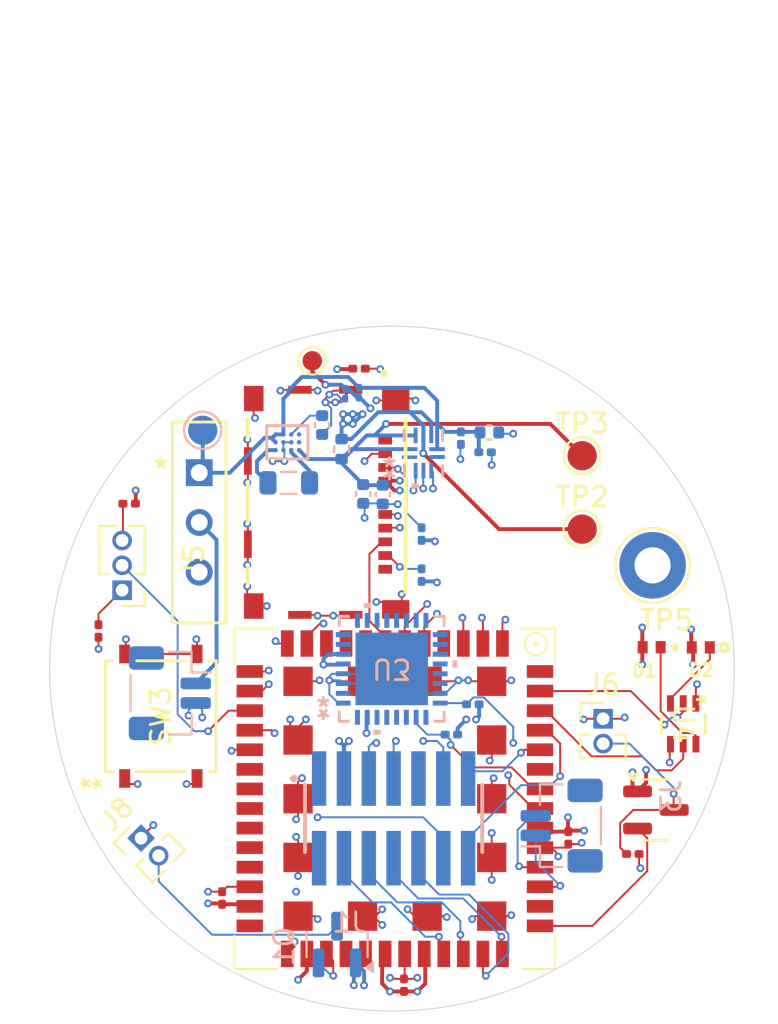
<source format=kicad_pcb>
(kicad_pcb (version 20241229) (generator "pcbnew") (generator_version "9.0")
  (layers (0 "F.Cu" signal) (4 "In1.Cu" signal) (6 "In2.Cu" signal) (2 "B.Cu" signal) (13 "F.Paste" user) (15 "B.Paste" user) (5 "F.SilkS" user "F.Silkscreen") (7 "B.SilkS" user "B.Silkscreen") (1 "F.Mask" user) (3 "B.Mask" user) (25 "Edge.Cuts" user))
  (net 0 "")
  (net 1 "Net-(U4-DRAIN1)")
  (net 2 "VDD")
  (net 3 "Net-(U4-DRAIN2)")
  (net 6 "GND")
  (net 8 "RESET'")
  (net 10 "/PA0")
  (net 11 "/PC2")
  (net 12 "/PB9")
  (net 14 "/PA8")
  (net 15 "/PC1")
  (net 16 "/PA6")
  (net 17 "Net-(J6-Pin_2)")
  (net 18 "/PB5")
  (net 20 "Net-(J4-Pin_1)")
  (net 21 "Net-(SW2-A)")
  (net 22 "Net-(U1-VCC)")
  (net 25 "Net-(U1-SW2)")
  (net 26 "Net-(U1-SW1)")
  (net 27 "Net-(U1-OUT)")
  (net 28 "/PB2")
  (net 49 "/PC0")
  (net 54 "/PA4")
  (net 55 "/PA1")
  (net 56 "/PA3")
  (net 57 "/PA12")
  (net 58 "Net-(J2-Pin_3)")
  (net 59 "Net-(J2-Pin_1)")
  (net 61 "Net-(J2-Pin_2)")
  (net 62 "/PA11")
  (net 64 "/PB8")
  (net 65 "Net-(J3-Pin_1)")
  (net 66 "/PA5")
  (net 67 "/PA2")
  (net 68 "/PB15")
  (net 69 "Net-(J3-Pin_2)")
  (net 70 "/PB14")
  (net 71 "/PB3")
  (net 72 "/PA15")
  (net 73 "/PA14")
  (net 74 "/PA13")
  (net 75 "/PA7")
  (net 76 "Net-(J8-Pin_2)")
  (net 77 "/PA10")
  (footprint "TestPoint:TestPoint_Pad_D1.0mm" (layer "F.Cu") (at 125.925 84.275)
    (property "Reference" "TP4" (hide yes))
    (property "Value" "V_DIV")
  )
  (footprint "footprints:MAMWLE" (layer "F.Cu") (at 130.15 106.65)
    (property "Reference" "MCU1" (hide yes))
    (property "Value" "~")
  )
  (footprint "footprints:GCT_MEM2085-00-115-00-A_REV0.2" (layer "F.Cu") (at 126.66342 91.503882 90)
    (property "Reference" "J5")
    (property "Value" "MEM2085-00-115-00-A_REV0.2")
  )
  (footprint "Capacitor_SMD:C_0201_0603Metric" (layer "F.Cu") (at 121.315 111.725 -90)
    (property "Reference" "C2" (hide yes))
    (property "Value" "100n")
  )
  (footprint "footprints:SON4_PTS526 SM15 SMTR2 LFS_CNK" (layer "F.Cu") (at 118.185799 102.4353 90)
    (property "Reference" "SW3")
    (property "Value" "PTS526 SM15 SMTR2 LFS")
  )
  (footprint "Connector_PinHeader_1.27mm:PinHeader_1x02_P1.27mm_Vertical" (layer "F.Cu") (at 140.795 102.565)
    (property "Reference" "J6")
    (property "Value" "Conn_01x02_Pin")
  )
  (footprint "TestPoint:TestPoint_Pad_D1.5mm" (layer "F.Cu") (at 139.725 92.875)
    (property "Reference" "TP2")
    (property "Value" "VDD")
  )
  (footprint "Capacitor_SMD:C_0201_0603Metric" (layer "F.Cu") (at 139.015 108.65 90)
    (property "Reference" "C4" (hide yes))
    (property "Value" "100n")
  )
  (footprint "Resistor_SMD:R_0201_0603Metric" (layer "F.Cu") (at 116.565 91.575 180)
    (property "Reference" "R8" (hide yes))
    (property "Value" "47")
  )
  (footprint "Capacitor_SMD:C_0201_0603Metric" (layer "F.Cu") (at 130.615 116.175 -90)
    (property "Reference" "C3" (hide yes))
    (property "Value" "100n")
  )
  (footprint "footprints:LEDC1005X25N" (layer "F.Cu") (at 143.277797 98.909326 180)
    (property "Reference" "D1")
    (property "Value" "EAST10052WA0")
  )
  (footprint "TestPoint:TestPoint_Loop_D2.50mm_Drill1.85mm" (layer "F.Cu") (at 143.325 94.725)
    (property "Reference" "TP5")
    (property "Value" "GND")
  )
  (footprint "footprints:switch" (layer "F.Cu") (at 120.1448 89.994)
    (property "Reference" "SW2" (hide yes))
    (property "Value" "SW_SPDT")
  )
  (footprint "Resistor_SMD:R_0201_0603Metric" (layer "F.Cu") (at 142.315 109.475)
    (property "Reference" "R18" (hide yes))
    (property "Value" "4.7k")
  )
  (footprint "footprints:SOT-363   US6_TOS" (layer "F.Cu") (at 144.8907 102.8235 -90)
    (property "Reference" "U4")
    (property "Value" "SSM6N7002KFU_LF")
  )
  (footprint "footprints:LEDC1005X25N" (layer "F.Cu") (at 145.789858 98.919325 180)
    (property "Reference" "D2")
    (property "Value" "EAST10052WA0")
  )
  (footprint "Resistor_SMD:R_0201_0603Metric" (layer "F.Cu") (at 114.995766 98.078905 90)
    (property "Reference" "R9" (hide yes))
    (property "Value" "47")
  )
  (footprint "Connector_PinHeader_1.27mm:PinHeader_1x02_P1.27mm_Vertical" (layer "F.Cu") (at 117.175 108.665 45)
    (property "Reference" "J8")
    (property "Value" "Buzzer")
  )
  (footprint "TestPoint:TestPoint_Pad_D1.5mm" (layer "F.Cu") (at 139.725 89.125)
    (property "Reference" "TP3")
    (property "Value" "VDD")
  )
  (footprint "Resistor_SMD:R_0201_0603Metric" (layer "F.Cu") (at 128.315 84.675 180)
    (property "Reference" "R14" (hide yes))
    (property "Value" "4.7k")
  )
  (footprint "Connector_PinHeader_1.27mm:PinHeader_1x03_P1.27mm_Vertical" (layer "F.Cu") (at 116.205 95.995 180)
    (property "Reference" "J2" (hide yes))
    (property "Value" "Conn_01x03_Pin")
  )
  (footprint "Package_TO_SOT_SMD:SOT-23" (layer "F.Cu") (at 143.495 107.225)
    (property "Reference" "Q2" (hide yes))
    (property "Value" "NMOS")
  )
  (footprint "Capacitor_SMD:C_0402_1005Metric" (layer "B.Cu") (at 126.4309 87.555 90)
    (property "Reference" "C7" (hide yes))
    (property "Value" "1u")
  )
  (footprint "Package_TO_SOT_SMD:SOT-23" (layer "B.Cu") (at 127.195 114.1 90)
    (property "Reference" "Q1")
    (property "Value" "NMOS")
  )
  (footprint "Connector_JST:JST_SH_BM02B-SRSS-TB_1x02-1MP_P1.00mm_Vertical" (layer "B.Cu") (at 118.642607 101.259796 -90)
    (property "Reference" "J4" (hide yes))
    (property "Value" "BATT")
  )
  (footprint "Connector_JST:JST_SH_BM02B-SRSS-TB_1x02-1MP_P1.00mm_Vertical" (layer "B.Cu") (at 138.675 108.025 90)
    (property "Reference" "J3")
    (property "Value" "UART_IN")
  )
  (footprint "Resistor_SMD:R_0201_0603Metric" (layer "B.Cu") (at 131.515 95.225 -90)
    (property "Reference" "R13" (hide yes))
    (property "Value" "4.7k")
  )
  (footprint "Capacitor_SMD:C_0402_1005Metric" (layer "B.Cu") (at 128.53 91.08 -90)
    (property "Reference" "C9" (hide yes))
    (property "Value" "22u")
  )
  (footprint "Resistor_SMD:R_0201_0603Metric" (layer "B.Cu") (at 133.036442 103.375)
    (property "Reference" "R16" (hide yes))
    (property "Value" "4.7k")
  )
  (footprint "Capacitor_SMD:C_0201_0603Metric" (layer "B.Cu") (at 134.760374 88.946764)
    (property "Reference" "C6" (hide yes))
    (property "Value" "0.1u")
  )
  (footprint "Resistor_SMD:R_01005_0402Metric" (layer "B.Cu") (at 128.315 85.905 90)
    (property "Reference" "R11" (hide yes))
    (property "Value" "6.8k")
  )
  (footprint "Resistor_SMD:R_0201_0603Metric" (layer "B.Cu") (at 134.136442 101.825)
    (property "Reference" "R17" (hide yes))
    (property "Value" "4.7k")
  )
  (footprint "footprints:LFCSP32_CP-32-17_ADI" (layer "B.Cu") (at 129.9877 100.0155)
    (property "Reference" "U3")
    (property "Value" "ADXL314WBCPZ-RL")
  )
  (footprint "Capacitor_SMD:C_0402_1005Metric" (layer "B.Cu") (at 134.980374 87.936764)
    (property "Reference" "C5" (hide yes))
    (property "Value" "10u")
  )
  (footprint "Resistor_SMD:R_0201_0603Metric" (layer "B.Cu") (at 131.515 93.125 -90)
    (property "Reference" "R15" (hide yes))
    (property "Value" "4.7k")
  )
  (footprint "Inductor_SMD:L_0805_2012Metric" (layer "B.Cu") (at 124.725 90.51)
    (property "Reference" "L1" (hide yes))
    (property "Value" "1u")
  )
  (footprint "footprints:INA213" (layer "B.Cu") (at 131.609776 88.988048)
    (property "Reference" "U2" (hide yes))
    (property "Value" "INA213AIRSWR")
  )
  (footprint "Capacitor_SMD:C_0201_0603Metric" (layer "B.Cu") (at 133.525 88.225 -90)
    (property "Reference" "C10" (hide yes))
    (property "Value" "0.1u")
  )
  (footprint "footprints:WLCSP-MNP" (layer "B.Cu") (at 124.6509 88.4373 -90)
    (property "Reference" "U1" (hide yes))
    (property "Value" "MP28160GC-Z")
  )
  (footprint "TestPoint:TestPoint_Pad_D1.5mm" (layer "B.Cu") (at 120.325 87.825 180)
    (property "Reference" "TP1" (hide yes))
    (property "Value" "RAWV")
  )
  (footprint "Resistor_SMD:R_01005_0402Metric" (layer "B.Cu") (at 127.615 85.955 90)
    (property "Reference" "R12" (hide yes))
    (property "Value" "3.3k")
  )
  (footprint "Resistor_SMD:R_0402_1005Metric" (layer "B.Cu") (at 127.425 88.785 -90)
    (property "Reference" "R10" (hide yes))
    (property "Value" "10m")
  )
  (footprint "footprints:SAMTEC_FTSH-107-01-L-DV-K" (layer "B.Cu") (at 130.085 107.655)
    (property "Reference" "J1")
    (property "Value" "FTSH-107-01-L-DV-K")
  )
  (footprint "Capacitor_SMD:C_0402_1005Metric" (layer "B.Cu") (at 129.53 91.11 -90)
    (property "Reference" "C8" (hide yes))
    (property "Value" "22u")
  )
  (gr_circle (center 130 100) (end 147.5 100) (stroke (width 0.05)) (fill no) (layer "Edge.Cuts"))
  (segment (start 145.3948 103.2948) (end 145.540698 103.440698) (width 0.1) (layer "F.Cu") (net 1))
  (segment (start 145.540698 103.440698) (end 145.540698 103.864901) (width 0.1) (layer "F.Cu") (net 1))
  (segment (start 144.854503 103.2948) (end 145.3948 103.2948) (width 0.1) (layer "F.Cu") (net 1))
  (segment (start 143.737797 102.178094) (end 144.854503 103.2948) (width 0.1) (layer "F.Cu") (net 1))
  (segment (start 143.737797 98.909326) (end 143.737797 102.178094) (width 0.1) (layer "F.Cu") (net 1))
  (segment (start 139 107.6) (end 139 108.315) (width 0.2) (layer "F.Cu") (net 2))
  (segment (start 129.499 114.731) (end 129.499 116.099) (width 0.2) (layer "F.Cu") (net 2))
  (segment (start 142.992037 105.178593) (end 142.992037 105.840463) (width 0.2) (layer "F.Cu") (net 2))
  (segment (start 129.65 114.58) (end 129.499 114.731) (width 0.2) (layer "F.Cu") (net 2))
  (segment (start 139 108.315) (end 139.015 108.33) (width 0.2) (layer "F.Cu") (net 2))
  (segment (start 129.499 116.099) (end 129.9 116.5) (width 0.2) (layer "F.Cu") (net 2))
  (segment (start 131.6 89) (end 135.475 92.875) (width 0.2) (layer "F.Cu") (net 2))
  (segment (start 135.475 92.875) (end 139.725 92.875) (width 0.2) (layer "F.Cu") (net 2))
  (segment (start 129.677302 90.4) (end 129.65342 90.423882) (width 0.2) (layer "F.Cu") (net 2))
  (segment (start 142.3 106.0175) (end 142.5575 106.275) (width 0.2) (layer "F.Cu") (net 2))
  (segment (start 129.9 116.5) (end 130.61 116.5) (width 0.2) (layer "F.Cu") (net 2))
  (segment (start 142.992037 105.840463) (end 142.5575 106.275) (width 0.2) (layer "F.Cu") (net 2))
  (segment (start 130.4 90.4) (end 129.677302 90.4) (width 0.2) (layer "F.Cu") (net 2))
  (segment (start 130.62 116.5) (end 130.615 116.495) (width 0.2) (layer "F.Cu") (net 2))
  (segment (start 130.4 90.9) (end 130.129538 90.9) (width 0.2) (layer "F.Cu") (net 2))
  (segment (start 145.3 98.889467) (end 145.329858 98.919325) (width 0.2) (layer "F.Cu") (net 2))
  (segment (start 142.3 105.3) (end 142.3 106.0175) (width 0.2) (layer "F.Cu") (net 2))
  (segment (start 139.821615 108.280037) (end 139.064963 108.280037) (width 0.2) (layer "F.Cu") (net 2))
  (segment (start 130.61 116.5) (end 130.615 116.495) (width 0.2) (layer "F.Cu") (net 2))
  (segment (start 121.27 112) (end 121.315 112.045) (width 0.2) (layer "F.Cu") (net 2))
  (segment (start 139.064963 108.280037) (end 139.015 108.33) (width 0.2) (layer "F.Cu") (net 2))
  (segment (start 121.315 112.045) (end 122.625 112.045) (width 0.2) (layer "F.Cu") (net 2))
  (segment (start 139.015 108.33) (end 137.75 108.33) (width 0.2) (layer "F.Cu") (net 2))
  (segment (start 131.65 114.58) (end 131.701 114.631) (width 0.2) (layer "F.Cu") (net 2))
  (segment (start 127.97 84.7) (end 127.995 84.675) (width 0.2) (layer "F.Cu") (net 2))
  (segment (start 142.8 98.927123) (end 142.817797 98.909326) (width 0.2) (layer "F.Cu") (net 2))
  (segment (start 145.4 98.989467) (end 145.329858 98.919325) (width 0.2) (layer "F.Cu") (net 2))
  (segment (start 116.9 90.9) (end 116.9 91.56) (width 0.2) (layer "F.Cu") (net 2))
  (segment (start 137.75 108.33) (end 137.57 108.15) (width 0.2) (layer "F.Cu") (net 2))
  (segment (start 145.4 99.8) (end 145.4 98.989467) (width 0.2) (layer "F.Cu") (net 2))
  (segment (start 142.8 97.9) (end 142.8 98.891529) (width 0.2) (layer "F.Cu") (net 2))
  (segment (start 130.129538 90.9) (end 129.65342 90.423882) (width 0.2) (layer "F.Cu") (net 2))
  (segment (start 145.3 98) (end 145.3 98.889467) (width 0.2) (layer "F.Cu") (net 2))
  (segment (start 142.8 98.891529) (end 142.817797 98.909326) (width 0.2) (layer "F.Cu") (net 2))
  (segment (start 120.6 112) (end 121.27 112) (width 0.2) (layer "F.Cu") (net 2))
  (segment (start 131.701 116.099) (end 131.3 116.5) (width 0.2) (layer "F.Cu") (net 2))
  (segment (start 127.2 84.7) (end 127.97 84.7) (width 0.2) (layer "F.Cu") (net 2))
  (segment (start 122.625 112.045) (end 122.73 112.15) (width 0.2) (layer "F.Cu") (net 2))
  (segment (start 142.8 99.8) (end 142.8 98.927123) (width 0.2) (layer "F.Cu") (net 2))
  (segment (start 131.701 114.631) (end 131.701 116.099) (width 0.2) (layer "F.Cu") (net 2))
  (segment (start 116.9 91.56) (end 116.885 91.575) (width 0.2) (layer "F.Cu") (net 2))
  (segment (start 131.3 116.5) (end 130.62 116.5) (width 0.2) (layer "F.Cu") (net 2))
  (via (at 128.053604 116.181549) (size 0.4) (drill 0.2) (layers "F.Cu" "B.Cu") (net 2))
  (via (at 120.6 112) (size 0.4) (drill 0.2) (layers "F.Cu" "B.Cu") (net 2))
  (via (at 131.6 89) (size 0.4) (drill 0.2) (layers "F.Cu" "B.Cu") (net 2))
  (via (at 129.9 116.5) (size 0.4) (drill 0.2) (layers "F.Cu" "B.Cu") (net 2))
  (via (at 127.3 103.7) (size 0.4) (drill 0.2) (layers "F.Cu" "B.Cu") (net 2))
  (via (at 128 87) (size 0.4) (drill 0.2) (layers "F.Cu" "B.Cu") (net 2))
  (via (at 127.2 84.7) (size 0.4) (drill 0.2) (layers "F.Cu" "B.Cu") (net 2))
  (via (at 128.7 103.3) (size 0.4) (drill 0.2) (layers "F.Cu" "B.Cu") (net 2))
  (via (at 134.3 102.6) (size 0.4) (drill 0.2) (layers "F.Cu" "B.Cu") (net 2))
  (via (at 132.2 93.5) (size 0.4) (drill 0.2) (layers "F.Cu" "B.Cu") (net 2))
  (via (at 133.8 102.6) (size 0.4) (drill 0.2) (layers "F.Cu" "B.Cu") (net 2))
  (via (at 145.3 98) (size 0.4) (drill 0.2) (layers "F.Cu" "B.Cu") (net 2))
  (via (at 128 87.5) (size 0.4) (drill 0.2) (layers "F.Cu" "B.Cu") (net 2))
  (via (at 142.8 97.9) (size 0.4) (drill 0.2) (layers "F.Cu" "B.Cu") (net 2))
  (via (at 128.5 87) (size 0.4) (drill 0.2) (layers "F.Cu" "B.Cu") (net 2))
  (via (at 131.3 116.5) (size 0.4) (drill 0.2) (layers "F.Cu" "B.Cu") (net 2))
  (via (at 139.821615 108.280037) (size 0.4) (drill 0.2) (layers "F.Cu" "B.Cu") (net 2))
  (via (at 142.992037 105.178593) (size 0.4) (drill 0.2) (layers "F.Cu" "B.Cu") (net 2))
  (via (at 126.5 99.8) (size 0.4) (drill 0.2) (layers "F.Cu" "B.Cu") (net 2))
  (via (at 139 107.6) (size 0.4) (drill 0.2) (layers "F.Cu" "B.Cu") (net 2))
  (via (at 142.8 99.8) (size 0.4) (drill 0.2) (layers "F.Cu" "B.Cu") (net 2))
  (via (at 130.4 90.4) (size 0.4) (drill 0.2) (layers "F.Cu" "B.Cu") (net 2))
  (via (at 127.5 87.5) (size 0.4) (drill 0.2) (layers "F.Cu" "B.Cu") (net 2))
  (via (at 130.4 90.9) (size 0.4) (drill 0.2) (layers "F.Cu" "B.Cu") (net 2))
  (via (at 127.5 87) (size 0.4) (drill 0.2) (layers "F.Cu" "B.Cu") (net 2))
  (via (at 132.3 95.6) (size 0.4) (drill 0.2) (layers "F.Cu" "B.Cu") (net 2))
  (via (at 142.3 105.3) (size 0.4) (drill 0.2) (layers "F.Cu" "B.Cu") (net 2))
  (via (at 145.4 99.8) (size 0.4) (drill 0.2) (layers "F.Cu" "B.Cu") (net 2))
  (via (at 127.8 103.7) (size 0.4) (drill 0.2) (layers "F.Cu" "B.Cu") (net 2))
  (via (at 128.574118 116.186413) (size 0.4) (drill 0.2) (layers "F.Cu" "B.Cu") (net 2))
  (via (at 116.9 90.9) (size 0.4) (drill 0.2) (layers "F.Cu" "B.Cu") (net 2))
  (segment (start 132.245 95.545) (end 132.3 95.6) (width 0.2) (layer "B.Cu") (net 2))
  (segment (start 131.515 95.545) (end 132.245 95.545) (width 0.2) (layer "B.Cu") (net 2))
  (segment (start 126.734498 99.265502) (end 127.511199 99.265502) (width 0.2) (layer "B.Cu") (net 2))
  (segment (start 132.145 93.445) (end 132.2 93.5) (width 0.2) (layer "B.Cu") (net 2))
  (segment (start 131.609776 87.585998) (end 131.609776 88.087999) (width 0.2) (layer "B.Cu") (net 2))
  (segment (start 126.5 99.8) (end 126.5 99.5) (width 0.2) (layer "B.Cu") (net 2))
  (segment (start 126.5 99.8) (end 127.4767 99.8) (width 0.2) (layer "B.Cu") (net 2))
  (segment (start 133.356442 103.043558) (end 133.8 102.6) (width 0.2) (layer "B.Cu") (net 2))
  (segment (start 128 87.5) (end 128 87) (width 0.2) (layer "B.Cu") (net 2))
  (segment (start 128.053604 116.181549) (end 128.053604 115.128896) (width 0.2) (layer "B.Cu") (net 2))
  (segment (start 127.3 103.7) (end 127.545002 103.945002) (width 0.2) (layer "B.Cu") (net 2))
  (segment (start 131.515 93.445) (end 132.145 93.445) (width 0.2) (layer "B.Cu") (net 2))
  (segment (start 128.574118 116.186413) (end 128.574118 115.46662) (width 0.2) (layer "B.Cu") (net 2))
  (segment (start 127.8 103.7) (end 127.545002 103.954998) (width 0.2) (layer "B.Cu") (net 2))
  (segment (start 133.356442 103.375) (end 133.356442 103.043558) (width 0.2) (layer "B.Cu") (net 2))
  (segment (start 128.5 87) (end 128 87) (width 0.2) (layer "B.Cu") (net 2))
  (segment (start 131.609776 88.087999) (end 131.609776 88.990224) (width 0.2) (layer "B.Cu") (net 2))
  (segment (start 128.574118 115.46662) (end 128.144999 115.037501) (width 0.2) (layer "B.Cu") (net 2))
  (segment (start 127.925 88.275) (end 129.3 86.9) (width 0.2) (layer "B.Cu") (net 2))
  (segment (start 127.545002 103.945002) (end 127.545002 105.620002) (width 0.2) (layer "B.Cu") (net 2))
  (segment (start 126.5 99.5) (end 126.734498 99.265502) (width 0.2) (layer "B.Cu") (net 2))
  (segment (start 128 87.5) (end 128.5 87) (width 0.2) (layer "B.Cu") (net 2))
  (segment (start 128.7 102.529701) (end 128.737699 102.492002) (width 0.2) (layer "B.Cu") (net 2))
  (segment (start 129.3 86.9) (end 130.923778 86.9) (width 0.2) (layer "B.Cu") (net 2))
  (segment (start 134.456442 101.825) (end 134.456442 102.443558) (width 0.2) (layer "B.Cu") (net 2))
  (segment (start 130.923778 86.9) (end 131.609776 87.585998) (width 0.2) (layer "B.Cu") (net 2))
  (segment (start 128.053604 115.128896) (end 128.144999 115.037501) (width 0.2) (layer "B.Cu") (net 2))
  (segment (start 127.545002 103.954998) (end 127.545002 105.620002) (width 0.2) (layer "B.Cu") (net 2))
  (segment (start 127.5 87.5) (end 128 87.5) (width 0.2) (layer "B.Cu") (net 2))
  (segment (start 128.7 103.3) (end 128.7 102.529701) (width 0.2) (layer "B.Cu") (net 2))
  (segment (start 130.923778 86.9) (end 131.5 86.9) (width 0.2) (layer "B.Cu") (net 2))
  (segment (start 127.5 87.5) (end 127.5 87) (width 0.2) (layer "B.Cu") (net 2))
  (segment (start 134.456442 102.443558) (end 134.3 102.6) (width 0.2) (layer "B.Cu") (net 2))
  (segment (start 127.425001 88.275) (end 127.425001 87.574999) (width 0.2) (layer "B.Cu") (net 2))
  (segment (start 132.009775 87.409775) (end 132.009775 88.087999) (width 0.2) (layer "B.Cu") (net 2))
  (segment (start 127.4767 99.8) (end 127.511203 99.765497) (width 0.2) (layer "B.Cu") (net 2))
  (segment (start 127.425001 88.275) (end 127.925 88.275) (width 0.2) (layer "B.Cu") (net 2))
  (segment (start 131.5 86.9) (end 132.009775 87.409775) (width 0.2) (layer "B.Cu") (net 2))
  (segment (start 127.425001 87.574999) (end 127.5 87.5) (width 0.2) (layer "B.Cu") (net 2))
  (segment (start 131.609776 88.990224) (end 131.6 89) (width 0.2) (layer "B.Cu") (net 2))
  (segment (start 127.5 87) (end 128 87) (width 0.2) (layer "B.Cu") (net 2))
  (segment (start 144.240702 101.782099) (end 144.240702 101.540799) (width 0.1) (layer "F.Cu") (net 3))
  (segment (start 144.240702 101.540799) (end 146.249858 99.531643) (width 0.1) (layer "F.Cu") (net 3))
  (segment (start 146.249858 99.531643) (end 146.249858 98.919325) (width 0.1) (layer "F.Cu") (net 3))
  (segment (start 127.1 86.4) (end 127.247302 86.4) (width 0.1) (layer "F.Cu") (net 6))
  (segment (start 135.1 100.65) (end 136.05 100.65) (width 0.1) (layer "F.Cu") (net 6))
  (segment (start 126.8 86) (end 126.6 86.2) (width 0.1) (layer "F.Cu") (net 6))
  (segment (start 135.1 106.65) (end 135.1 105.7) (width 0.1) (layer "F.Cu") (net 6))
  (segment (start 133.6 97.4) (end 133.65 97.45) (width 0.1) (layer "F.Cu") (net 6))
  (segment (start 135.1 103.65) (end 135.1 104.6) (width 0.1) (layer "F.Cu") (net 6))
  (segment (start 133.65 97.45) (end 133.65 98.72) (width 0.1) (layer "F.Cu") (net 6))
  (segment (start 136.05 112.65) (end 135.1 112.65) (width 0.1) (layer "F.Cu") (net 6))
  (segment (start 134.6 97.4) (end 134.65 97.45) (width 0.1) (layer "F.Cu") (net 6))
  (segment (start 138.15 109.15) (end 137.57 109.15) (width 0.1) (layer "F.Cu") (net 6))
  (segment (start 131.15 112.65) (end 130.8 112.3) (width 0.1) (layer "F.Cu") (net 6))
  (segment (start 130.615 115.855) (end 131.245 115.855) (width 0.1) (layer "F.Cu") (net 6))
  (segment (start 130.5 96.6723) (end 130.193418 96.978882) (width 0.1) (layer "F.Cu") (net 6))
  (segment (start 127.847302 97.3) (end 127.89342 97.253882) (width 0.1) (layer "F.Cu") (net 6))
  (segment (start 117.175 108.625) (end 117.8 108) (width 0.1) (layer "F.Cu") (net 6))
  (segment (start 144.2 104.8) (end 144.2 103.905602) (width 0.1) (layer "F.Cu") (net 6))
  (segment (start 114.995766 98.398905) (end 114.995766 98.995766) (width 0.1) (layer "F.Cu") (net 6))
  (segment (start 125.2 107.6) (end 125.1 107.7) (width 0.1) (layer "F.Cu") (net 6))
  (segment (start 125.2 106.65) (end 125.2 107.6) (width 0.1) (layer "F.Cu") (net 6))
  (segment (start 122.6 88.3) (end 122.633421 88.333421) (width 0.1) (layer "F.Cu") (net 6))
  (segment (start 139.015 108.97) (end 139.63 108.97) (width 0.1) (layer "F.Cu") (net 6))
  (segment (start 126.85 100.65) (end 128.5 100.65) (width 0.1) (layer "F.Cu") (net 6))
  (segment (start 136.05 100.65) (end 136.1 100.6) (width 0.1) (layer "F.Cu") (net 6))
  (segment (start 119.5 105.9) (end 119.751447 105.9) (width 0.1) (layer "F.Cu") (net 6))
  (segment (start 131.8 112.65) (end 132.75 112.65) (width 0.1) (layer "F.Cu") (net 6))
  (segment (start 122.73 104.15) (end 121.85 104.15) (width 0.1) (layer "F.Cu") (net 6))
  (segment (start 126.8 86) (end 127 85.8) (width 0.1) (layer "F.Cu") (net 6))
  (segment (start 119.751447 105.9) (end 120.035798 105.615649) (width 0.1) (layer "F.Cu") (net 6))
  (segment (start 144.2 103.905602) (end 144.240702 103.8649) (width 0.1) (layer "F.Cu") (net 6))
  (segment (start 134.1 112.8) (end 134.25 112.65) (width 0.1) (layer "F.Cu") (net 6))
  (segment (start 132.3 97.2) (end 131.65 97.85) (width 0.1) (layer "F.Cu") (net 6))
  (segment (start 124.8 103.25) (end 124.8 102.6) (width 0.1) (layer "F.Cu") (net 6))
  (segment (start 126.8 100.6) (end 126.85 100.65) (width 0.1) (layer "F.Cu") (net 6))
  (segment (start 126.153882 85.753882) (end 126.2 85.8) (width 0.1) (layer "F.Cu") (net 6))
  (segment (start 138.835 109.15) (end 139.015 108.97) (width 0.1) (layer "F.Cu") (net 6))
  (segment (start 122.633421 90.466579) (end 122.6 90.5) (width 0.1) (layer "F.Cu") (net 6))
  (segment (start 129.15 112.65) (end 129.5 112.3) (width 0.1) (layer "F.Cu") (net 6))
  (segment (start 133.35 100.65) (end 131.8 100.65) (width 0.1) (layer "F.Cu") (net 6))
  (segment (start 131.65 97.85) (end 131.65 98.72) (width 0.1) (layer "F.Cu") (net 6))
  (segment (start 137.57 109.15) (end 138.835 109.15) (width 0.1) (layer "F.Cu") (net 6))
  (segment (start 125.2 112.65) (end 126.05 112.65) (width 0.1) (layer "F.Cu") (net 6))
  (segment (start 125.293421 85.753882) (end 126.153882 85.753882) (width 0.1) (layer "F.Cu") (net 6))
  (segment (start 136.1 112.6) (end 136.05 112.65) (width 0.1) (layer "F.Cu") (net 6))
  (segment (start 122.6 95.8) (end 122.6 96.470463) (width 0.1) (layer "F.Cu") (net 6))
  (segment (start 132.75 112.65) (end 132.8 112.7) (width 0.1) (layer "F.Cu") (net 6))
  (segment (start 129.814536 96.6) (end 130.193418 96.978882) (width 0.1) (layer "F.Cu") (net 6))
  (segment (start 117 105.9) (end 116.620151 105.9) (width 0.1) (layer "F.Cu") (net 6))
  (segment (start 126.6 86.4) (end 127.1 86.4) (width 0.1) (layer "F.Cu") (net 6))
  (segment (start 127 97.3) (end 127.847302 97.3) (width 0.1) (layer "F.Cu") (net 6))
  (segment (start 134.65 97.45) (end 134.65 98.72) (width 0.1) (layer "F.Cu") (net 6))
  (segment (start 135.1 104.6) (end 135 104.7) (width 0.1) (layer "F.Cu") (net 6))
  (segment (start 134.25 112.65) (end 135.1 112.65) (width 0.1) (layer "F.Cu") (net 6))
  (segment (start 135.1 110.8) (end 135.1 109.65) (width 0.1) (layer "F.Cu") (net 6))
  (segment (start 140.795 102.565) (end 139.835 102.565) (width 0.1) (layer "F.Cu") (net 6))
  (segment (start 122.6 94.7) (end 122.633423 94.666577) (width 0.1) (layer "F.Cu") (net 6))
  (segment (start 125.29342 97.253881) (end 126.153881 97.253881) (width 0.1) (layer "F.Cu") (net 6))
  (segment (start 125.293421 85.753882) (end 124.346118 85.753882) (width 0.1) (layer "F.Cu") (net 6))
  (segment (start 130.4 92.8) (end 129.677303 92.8) (width 0.1) (layer "F.Cu") (net 6))
  (segment (start 130.5 96.2) (end 130.5 96.6723) (width 0.1) (layer "F.Cu") (net 6))
  (segment (start 121.85 104.15) (end 121.8 104.2) (width 0.1) (layer "F.Cu") (net 6))
  (segment (start 122.933423 86.20388) (end 122.933423 87.133423) (width 0.1) (layer "F.Cu") (net 6))
  (segment (start 121.57 111.15) (end 121.315 111.405) (width 0.1) (layer "F.Cu") (net 6))
  (segment (start 116.620151 105.9) (end 116.3358 105.615649) (width 0.1) (layer "F.Cu") (net 6))
  (segment (start 122.633421 89.393884) (end 122.633421 90.466579) (width 0.1) (layer "F.Cu") (net 6))
  (segment (start 125.2 103.65) (end 125.2 103) (width 0.1) (layer "F.Cu") (net 6))
  (segment (start 114.995766 98.995766) (end 115 99) (width 0.1) (layer "F.Cu") (net 6))
  (segment (start 127.247302 86.4) (end 127.89342 85.753882) (width 0.1) (layer "F.Cu") (net 6))
  (segment (start 131.245 115.855) (end 131.3 115.8) (width 0.1) (layer "F.Cu") (net 6))
  (segment (start 145.540698 100.859302) (end 145.6 100.8) (width 0.1) (layer "F.Cu") (net 6))
  (segment (start 128.5 112.65) (end 129.05 112.65) (width 0.1) (layer "F.Cu") (net 6))
  (segment (start 122.6 96.470463) (end 122.933422 96.803885) (width 0.1) (layer "F.Cu") (net 6))
  (segment (start 130.097303 86.3) (end 130.19342 86.203883) (width 0.1) (layer "F.Cu") (net 6))
  (segment (start 142.635 110.135) (end 142.7 110.2) (width 0.1) (layer "F.Cu") (net 6))
  (segment (start 138.5 109.5) (end 138.15 109.15) (width 0.1) (layer "F.Cu") (net 6))
  (segment (start 138.5 109.6) (end 138.5 109.5) (width 0.1) (layer "F.Cu") (net 6))
  (segment (start 124.346118 85.753882) (end 124.3 85.8) (width 0.1) (layer "F.Cu") (net 6))
  (segment (start 129.05 112.65) (end 129.5 113.1) (width 0.1) (layer "F.Cu") (net 6))
  (segment (start 126.2 97.3) (end 127 97.3) (width 0.1) (layer "F.Cu") (net 6))
  (segment (start 123.6 96.803885) (end 122.933422 96.803885) (width 0.1) (layer "F.Cu") (net 6))
  (segment (start 126.6 86.2) (end 126.6 86.4) (width 0.1) (layer "F.Cu") (net 6))
  (segment (start 139.63 108.97) (end 139.7 108.9) (width 0.1) (layer "F.Cu") (net 6))
  (segment (start 122.633423 94.666577) (end 122.633423 93.643883) (width 0.1) (layer "F.Cu") (net 6))
  (segment (start 135.1 108.4) (end 135.1 109.65) (width 0.1) (layer "F.Cu") (net 6))
  (segment (start 135.1 105.7) (end 135.2 105.6) (width 0.1) (layer "F.Cu") (net 6))
  (segment (start 145.540698 101.7821) (end 145.540698 100.859302) (width 0.1) (layer "F.Cu") (net 6))
  (segment (start 131.103883 86.203883) (end 130.19342 86.203883) (width 0.1) (layer "F.Cu") (net 6))
  (segment (start 130.65 97.85) (end 130.65 98.72) (width 0.1) (layer "F.Cu") (net 6))
  (segment (start 125.2 105.8) (end 125.4 105.6) (width 0.1) (layer "F.Cu") (net 6))
  (segment (start 125.2 106.65) (end 125.2 105.8) (width 0.1) (layer "F.Cu") (net 6))
  (segment (start 129.2 96.6) (end 129.814536 96.6) (width 0.1) (layer "F.Cu") (net 6))
  (segment (start 135.65 97.65) (end 135.65 98.72) (width 0.1) (layer "F.Cu") (net 6))
  (segment (start 139.835 102.565) (end 139.8 102.6) (width 0.1) (layer "F.Cu") (net 6))
  (segment (start 122.933423 87.133423) (end 123 87.2) (width 0.1) (layer "F.Cu") (net 6))
  (segment (start 120.6 111.4) (end 121.31 111.4) (width 0.1) (layer "F.Cu") (net 6))
  (segment (start 142.635 109.475) (end 142.635 110.135) (width 0.1) (layer "F.Cu") (net 6))
  (segment (start 125.2 100.65) (end 126.25 100.65) (width 0.1) (layer "F.Cu") (net 6))
  (segment (start 122.633421 88.333421) (end 122.633421 89.393884) (width 0.1) (layer "F.Cu") (net 6))
  (segment (start 133.4 100.6) (end 133.35 100.65) (width 0.1) (layer "F.Cu") (net 6))
  (segment (start 125.2 108.7) (end 125.2 109.65) (width 0.1) (layer "F.Cu") (net 6))
  (segment (start 122.73 111.15) (end 121.57 111.15) (width 0.1) (layer "F.Cu") (net 6))
  (segment (start 126.25 100.65) (end 126.3 100.6) (width 0.1) (layer "F.Cu") (net 6))
  (segment (start 126.05 112.65) (end 126.2 112.8) (width 0.1) (layer "F.Cu") (net 6))
  (segment (start 130.65 115.82) (end 130.615 115.855) (width 0.1) (layer "F.Cu") (net 6))
  (segment (start 140.795 102.565) (end 141.835 102.565) (width 0.1) (layer "F.Cu") (net 6))
  (segment (start 125.1 108.6) (end 125.2 108.7) (width 0.1) (layer "F.Cu") (net 6))
  (segment (start 127.847302 85.8) (end 127.89342 85.753882) (width 0.1) (layer "F.Cu") (net 6))
  (segment (start 131.8 96.7) (end 130.65 97.85) (width 0.1) (layer "F.Cu") (net 6))
  (segment (start 125.2 103) (end 125.6 102.6) (width 0.1) (layer "F.Cu") (net 6))
  (segment (start 126.153881 97.253881) (end 126.2 97.3) (width 0.1) (layer "F.Cu") (net 6))
  (segment (start 135.1 100.65) (end 133.95 100.65) (width 0.1) (layer "F.Cu") (net 6))
  (segment (start 129.677303 92.8) (end 129.653422 92.823881) (width 0.1) (layer "F.Cu") (net 6))
  (segment (start 125.2 110.6) (end 125.2 109.65) (width 0.1) (layer "F.Cu") (net 6))
  (segment (start 127 85.8) (end 127.847302 85.8) (width 0.1) (layer "F.Cu") (net 6))
  (segment (start 128.5 112.65) (end 129.15 112.65) (width 0.1) (layer "F.Cu") (net 6))
  (segment (start 129.955 115.855) (end 129.9 115.8) (width 0.1) (layer "F.Cu") (net 6))
  (segment (start 130.65 114.58) (end 130.65 115.82) (width 0.1) (layer "F.Cu") (net 6))
  (segment (start 135.8 97.5) (end 135.65 97.65) (width 0.1) (layer "F.Cu") (net 6))
  (segment (start 131.2 86.3) (end 131.103883 86.203883) (width 0.1) (layer "F.Cu") (net 6))
  (segment (start 141.835 102.565) (end 141.9 102.5) (width 0.1) (layer "F.Cu") (net 6))
  (segment (start 130.615 115.855) (end 129.955 115.855) (width 0.1) (layer "F.Cu") (net 6))
  (segment (start 131.8 112.65) (end 131.15 112.65) (width 0.1) (layer "F.Cu") (net 6))
  (segment (start 125.2 103.65) (end 124.8 103.25) (width 0.1) (layer "F.Cu") (net 6))
  (segment (start 121.31 111.4) (end 121.315 111.405) (width 0.1) (layer "F.Cu") (net 6))
  (segment (start 122.633423 92.633423) (end 122.633423 93.643883) (width 0.1) (layer "F.Cu") (net 6))
  (segment (start 122.6 92.6) (end 122.633423 92.633423) (width 0.1) (layer "F.Cu") (net 6))
  (segment (start 133.95 100.65) (end 133.9 100.6) (width 0.1) (layer "F.Cu") (net 6))
  (segment (start 117.175 108.665) (end 117.175 108.625) (width 0.1) (layer "F.Cu") (net 6))
  (segment (start 129.2 86.3) (end 130.097303 86.3) (width 0.1) (layer "F.Cu") (net 6))
  (via (at 123.9 89.4) (size 0.4) (drill 0.2) (layers "F.Cu" "B.Cu") (net 6))
  (via (at 144.2 104.8) (size 0.4) (drill 0.2) (layers "F.Cu" "B.Cu") (net 6))
  (via (at 126.2 112.8) (size 0.4) (drill 0.2) (layers "F.Cu" "B.Cu") (net 6))
  (via (at 129.2 86.3) (size 0.4) (drill 0.2) (layers "F.Cu" "B.Cu") (net 6))
  (via (at 122.6 95.8) (size 0.4) (drill 0.2) (layers "F.Cu" "B.Cu") (net 6))
  (via (at 133.6 97.4) (size 0.4) (drill 0.2) (layers "F.Cu" "B.Cu") (net 6))
  (via (at 129.5 113.1) (size 0.4) (drill 0.2) (layers "F.Cu" "B.Cu") (net 6))
  (via (at 115 99) (size 0.4) (drill 0.2) (layers "F.Cu" "B.Cu") (net 6))
  (via (at 131.3 115.8) (size 0.4) (drill 0.2) (layers "F.Cu" "B.Cu") (net 6))
  (via (at 125.1 107.7) (size 0.4) (drill 0.2) (layers "F.Cu" "B.Cu") (net 6))
  (via (at 126.8 100.6) (size 0.4) (drill 0.2) (layers "F.Cu" "B.Cu") (net 6))
  (via (at 145.6 100.8) (size 0.4) (drill 0.2) (layers "F.Cu" "B.Cu") (net 6))
  (via (at 123.6 96.803885) (size 0.4) (drill 0.2) (layers "F.Cu" "B.Cu") (net 6))
  (via (at 133.4 100.6) (size 0.4) (drill 0.2) (layers "F.Cu" "B.Cu") (net 6))
  (via (at 125.4 105.6) (size 0.4) (drill 0.2) (layers "F.Cu" "B.Cu") (net 6))
  (via (at 130.5 96.2) (size 0.4) (drill 0.2) (layers "F.Cu" "B.Cu") (net 6))
  (via (at 122.6 88.3) (size 0.4) (drill 0.2) (layers "F.Cu" "B.Cu") (net 6))
  (via (at 132.3 97.2) (size 0.4) (drill 0.2) (layers "F.Cu" "B.Cu") (net 6))
  (via (at 134.1 112.8) (size 0.4) (drill 0.2) (layers "F.Cu" "B.Cu") (net 6))
  (via (at 139.8 102.6) (size 0.4) (drill 0.2) (layers "F.Cu" "B.Cu") (net 6))
  (via (at 123 87.2) (size 0.4) (drill 0.2) (layers "F.Cu" "B.Cu") (net 6))
  (via (at 117 105.9) (size 0.4) (drill 0.2) (layers "F.Cu" "B.Cu") (net 6))
  (via (at 131.2 86.3) (size 0.4) (drill 0.2) (layers "F.Cu" "B.Cu") (net 6))
  (via (at 135 104.7) (size 0.4) (drill 0.2) (layers "F.Cu" "B.Cu") (net 6))
  (via (at 120.3 102.5) (size 0.4) (drill 0.2) (layers "F.Cu" "B.Cu") (net 6))
  (via (at 130.8 112.3) (size 0.4) (drill 0.2) (layers "F.Cu" "B.Cu") (net 6))
  (via (at 129.5 112.3) (size 0.4) (drill 0.2) (layers "F.Cu" "B.Cu") (net 6))
  (via (at 120.6 111.4) (size 0.4) (drill 0.2) (layers "F.Cu" "B.Cu") (net 6))
  (via (at 132.1 90.8) (size 0.4) (drill 0.2) (layers "F.Cu" "B.Cu") (net 6))
  (via (at 131.6 103.7) (size 0.4) (drill 0.2) (layers "F.Cu" "B.Cu") (net 6))
  (via (at 128.6 92.3) (size 0.4) (drill 0.2) (layers "F.Cu" "B.Cu") (net 6))
  (via (at 127 97.3) (size 0.4) (drill 0.2) (layers "F.Cu" "B.Cu") (net 6))
  (via (at 135.1 108.4) (size 0.4) (drill 0.2) (layers "F.Cu" "B.Cu") (net 6))
  (via (at 142.7 110.2) (size 0.4) (drill 0.2) (layers "F.Cu" "B.Cu") (net 6))
  (via (at 135.8 97.5) (size 0.4) (drill 0.2) (layers "F.Cu" "B.Cu") (net 6))
  (via (at 141.9 102.5) (size 0.4) (drill 0.2) (layers "F.Cu" "B.Cu") (net 6))
  (via (at 135.1 89.6) (size 0.4) (drill 0.2) (layers "F.Cu" "B.Cu") (net 6))
  (via (at 136.1 100.6) (size 0.4) (drill 0.2) (layers "F.Cu" "B.Cu") (net 6))
  (via (at 126.2 97.3) (size 0.4) (drill 0.2) (layers "F.Cu" "B.Cu") (net 6))
  (via (at 124.8 102.6) (size 0.4) (drill 0.2) (layers "F.Cu" "B.Cu") (net 6))
  (via (at 136.2 88) (size 0.4) (drill 0.2) (layers "F.Cu" "B.Cu") (net 6))
  (via (at 130.3 91.6) (size 0.4) (drill 0.2) (layers "F.Cu" "B.Cu") (net 6))
  (via (at 125.1 108.6) (size 0.4) (drill 0.2) (layers "F.Cu" "B.Cu") (net 6))
  (via (at 139.7 108.9) (size 0.4) (drill 0.2) (layers "F.Cu" "B.Cu") (net 6))
  (via (at 122.6 94.7) (size 0.4) (drill 0.2) (layers "F.Cu" "B.Cu") (net 6))
  (via (at 135.2 105.6) (size 0.4) (drill 0.2) (layers "F.Cu" "B.Cu") (net 6))
  (via (at 119.6 102.4) (size 0.4) (drill 0.2) (layers "F.Cu" "B.Cu") (net 6))
  (via (at 117.8 108) (size 0.4) (drill 0.2) (layers "F.Cu" "B.Cu") (net 6))
  (via (at 122.6 92.6) (size 0.4) (drill 0.2) (layers "F.Cu" "B.Cu") (net 6))
  (via (at 119.5 105.9) (size 0.4) (drill 0.2) (layers "F.Cu" "B.Cu") (net 6))
  (via (at 122.6 90.5) (size 0.4) (drill 0.2) (layers "F.Cu" "B.Cu") (net 6))
  (via (at 130.2 103.7) (size 0.4) (drill 0.2) (layers "F.Cu" "B.Cu") (net 6))
  (via (at 138.5 109.6) (size 0.4) (drill 0.2) (layers "F.Cu" "B.Cu") (net 6))
  (via (at 126.2 85.8) (size 0.4) (drill 0.2) (layers "F.Cu" "B.Cu") (net 6))
  (via (at 130.4 92.8) (size 0.4) (drill 0.2) (layers "F.Cu" "B.Cu") (net 6))
  (via (at 129.2 96.6) (size 0.4) (drill 0.2) (layers "F.Cu" "B.Cu") (net 6))
  (via (at 124.3 85.8) (size 0.4) (drill 0.2) (layers "F.Cu" "B.Cu") (net 6))
  (via (at 131.6 90.8) (size 0.4) (drill 0.2) (layers "F.Cu" "B.Cu") (net 6))
  (via (at 135.1 110.8) (size 0.4) (drill 0.2) (layers "F.Cu" "B.Cu") (net 6))
  (via (at 125.1 111.4) (size 0.4) (drill 0.2) (layers "F.Cu" "B.Cu") (net 6))
  (via (at 129.9 115.8) (size 0.4) (drill 0.2) (layers "F.Cu" "B.Cu") (net 6))
  (via (at 133.5 89.3) (size 0.4) (drill 0.2) (layers "F.Cu" "B.Cu") (net 6))
  (via (at 131.8 96.7) (size 0.4) (drill 0.2) (layers "F.Cu" "B.Cu") (net 6))
  (via (at 134.6 97.4) (size 0.4) (drill 0.2) (layers "F.Cu" "B.Cu") (net 6))
  (via (at 125.6 102.6) (size 0.4) (drill 0.2) (layers "F.Cu" "B.Cu") (net 6))
  (via (at 125.2 110.6) (size 0.4) (drill 0.2) (layers "F.Cu" "B.Cu") (net 6))
  (via (at 136.1 112.6) (size 0.4) (drill 0.2) (layers "F.Cu" "B.Cu") (net 6))
  (via (at 126.8 86) (size 0.4) (drill 0.2) (layers "F.Cu" "B.Cu") (net 6))
  (via (at 124.5 89.4) (size 0.4) (drill 0.2) (layers "F.Cu" "B.Cu") (net 6))
  (via (at 133.9 100.6) (size 0.4) (drill 0.2) (layers "F.Cu" "B.Cu") (net 6))
  (via (at 126.6 86.4) (size 0.4) (drill 0.2) (layers "F.Cu" "B.Cu") (net 6))
  (via (at 129.2 103.8) (size 0.4) (drill 0.2) (layers "F.Cu" "B.Cu") (net 6))
  (via (at 121.8 104.2) (size 0.4) (drill 0.2) (layers "F.Cu" "B.Cu") (net 6))
  (via (at 127.1 86.4) (size 0.4) (drill 0.2) (layers "F.Cu" "B.Cu") (net 6))
  (via (at 132.8 112.7) (size 0.4) (drill 0.2) (layers "F.Cu" "B.Cu") (net 6))
  (via (at 126.3 100.6) (size 0.4) (drill 0.2) (layers "F.Cu" "B.Cu") (net 6))
  (segment (start 129.5 91.56) (end 129.53 91.59) (width 0.1) (layer "B.Cu") (net 6))
  (segment (start 127.419998 86.4) (end 127.614999 86.204999) (width 0.1) (layer "B.Cu") (net 6))
  (segment (start 126.6 86.4) (end 126.8919 86.6919) (width 0.1) (layer "B.Cu") (net 6))
  (segment (start 124.450899 88.837299) (end 124.4509 88.4373) (width 0.1) (layer "B.Cu") (net 6))
  (segment (start 126.9345 100.2655) (end 127.511199 100.2655) (width 0.1) (layer "B.Cu") (net 6))
  (segment (start 132.734499 101.265501) (end 132.464202 101.265501) (width 0.1) (layer "B.Cu") (net 6))
  (segment (start 133.9 100.6) (end 133.4 100.6) (width 0.1) (layer "B.Cu") (net 6))
  (segment (start 124.5 89.4) (end 124.5 88.8864) (width 0.1) (layer "B.Cu") (net 6))
  (segment (start 133.5 88.57) (end 133.525 88.545) (width 0.1) (layer "B.Cu") (net 6))
  (segment (start 127.511199 100.2655) (end 129.7377 100.2655) (width 0.1) (layer "B.Cu") (net 6))
  (segment (start 132.3 103.7) (end 132.624999 104.024999) (width 0.1) (layer "B.Cu") (net 6))
  (segment (start 131.237701 101.265501) (end 129.9877 100.0155) (width 0.1) (layer "B.Cu") (net 6))
  (segment (start 124.4509 88.4373) (end 124.8509 88.4373) (width 0.1) (layer "B.Cu") (net 6))
  (segment (start 128.815002 104.015002) (end 128.815002 105.619998) (width 0.1) (layer "B.Cu") (net 6))
  (segment (start 127.2 86) (end 127.404999 86.204999) (width 0.1) (layer "B.Cu") (net 6))
  (segment (start 131.6 103.7) (end 132.3 103.7) (width 0.1) (layer "B.Cu") (net 6))
  (segment (start 135.1 89.6) (end 135.1 88.96639) (width 0.1) (layer "B.Cu") (net 6))
  (segment (start 119.6 102.4) (end 119.6 102.127408) (width 0.1) (layer "B.Cu") (net 6))
  (segment (start 124.5 88.8864) (end 124.450899 88.837299) (width 0.1) (layer "B.Cu") (net 6))
  (segment (start 126.8 101.308299) (end 126.8 100.6) (width 0.1) (layer "B.Cu") (net 6))
  (segment (start 126.8 86) (end 127.2 86) (width 0.1) (layer "B.Cu") (net 6))
  (segment (start 119.6 102.127408) (end 119.967614 101.759794) (width 0.1) (layer "B.Cu") (net 6))
  (segment (start 130.3 91.6) (end 129.54 91.6) (width 0.1) (layer "B.Cu") (net 6))
  (segment (start 127.2572 101.765499) (end 126.8 101.308299) (width 0.1) (layer "B.Cu") (net 6))
  (segment (start 128.6 91.63) (end 128.53 91.56) (width 0.1) (layer "B.Cu") (net 6))
  (segment (start 126.8919 87.574) (end 126.4309 88.035) (width 0.1) (layer "B.Cu") (net 6))
  (segment (start 126.8 100.6) (end 126.8 100.4) (width 0.1) (layer "B.Cu") (net 6))
  (segment (start 127.5112 101.765499) (end 127.2572 101.765499) (width 0.1) (layer "B.Cu") (net 6))
  (segment (start 131.6 90.8) (end 131.6 89.897873) (width 0.1) (layer "B.Cu") (net 6))
  (segment (start 127.404999 86.204999) (end 127.614999 86.204999) (width 0.1) (layer "B.Cu") (net 6))
  (segment (start 136.2 88) (end 135.52361 88) (width 0.1) (layer "B.Cu") (net 6))
  (segment (start 132.624999 104.024999) (end 132.624999 105.620002) (width 0.1) (layer "B.Cu") (net 6))
  (segment (start 135.52361 88) (end 135.460374 87.936764) (width 0.1) (layer "B.Cu") (net 6))
  (segment (start 133.5 89.3) (end 133.5 88.57) (width 0.1) (layer "B.Cu") (net 6))
  (segment (start 132.1 90.8) (end 132.1 89.978322) (width 0.1) (layer "B.Cu") (net 6))
  (segment (start 128.8 104) (end 128.815002 104.015002) (width 0.1) (layer "B.Cu") (net 6))
  (segment (start 126.8919 86.6919) (end 126.8919 87.574) (width 0.1) (layer "B.Cu") (net 6))
  (segment (start 133.4 100.6) (end 132.734499 101.265501) (width 0.1) (layer "B.Cu") (net 6))
  (segment (start 127.3457 100.6) (end 127.511201 100.765501) (width 0.1) (layer "B.Cu") (net 6))
  (segment (start 130.085 103.815) (end 130.085 105.619998) (width 0.1) (layer "B.Cu") (net 6))
  (segment (start 120.3 102.09218) (end 119.967614 101.759794) (width 0.1) (layer "B.Cu") (net 6))
  (segment (start 132.464202 101.265501) (end 131.237701 101.265501) (width 0.1) (layer "B.Cu") (net 6))
  (segment (start 126.8 100.6) (end 127.3457 100.6) (width 0.1) (layer "B.Cu") (net 6))
  (segment (start 129.54 91.6) (end 129.53 91.59) (width 0.1) (layer "B.Cu") (net 6))
  (segment (start 129.2 103.8) (end 129 103.8) (width 0.1) (layer "B.Cu") (net 6))
  (segment (start 127.511201 100.765501) (end 129.237699 100.765501) (width 0.1) (layer "B.Cu") (net 6))
  (segment (start 127.1 86.4) (end 127.419998 86.4) (width 0.1) (layer "B.Cu") (net 6))
  (segment (start 129 103.8) (end 128.8 104) (width 0.1) (layer "B.Cu") (net 6))
  (segment (start 129.7377 100.2655) (end 129.9877 100.0155) (width 0.1) (layer "B.Cu") (net 6))
  (segment (start 129.237699 100.765501) (end 129.9877 100.0155) (width 0.1) (layer "B.Cu") (net 6))
  (segment (start 135.1 88.96639) (end 135.080374 88.946764) (width 0.1) (layer "B.Cu") (net 6))
  (segment (start 130.2 103.7) (end 130.085 103.815) (width 0.1) (layer "B.Cu") (net 6))
  (segment (start 128.6 92.3) (end 128.6 91.63) (width 0.1) (layer "B.Cu") (net 6))
  (segment (start 126.8 100.4) (end 126.9345 100.2655) (width 0.1) (layer "B.Cu") (net 6))
  (segment (start 132.1 89.978322) (end 132.009775 89.888097) (width 0.1) (layer "B.Cu") (net 6))
  (segment (start 123.9 89.4) (end 124.5 89.4) (width 0.1) (layer "B.Cu") (net 6))
  (segment (start 131.6 89.897873) (end 131.609776 89.888097) (width 0.1) (layer "B.Cu") (net 6))
  (segment (start 128.53 91.56) (end 129.5 91.56) (width 0.1) (layer "B.Cu") (net 6))
  (segment (start 120.3 102.5) (end 120.3 102.09218) (width 0.1) (layer "B.Cu") (net 6))
  (segment (start 116.4 98.5) (end 116.4 99.190751) (width 0.1) (layer "F.Cu") (net 8))
  (segment (start 120.035798 98.535798) (end 120 98.5) (width 0.1) (layer "F.Cu") (net 8))
  (segment (start 120.035798 99.254951) (end 120.035798 98.535798) (width 0.1) (layer "F.Cu") (net 8))
  (segment (start 123.85 103.15) (end 122.73 103.15) (width 0.1) (layer "F.Cu") (net 8))
  (segment (start 116.3358 99.254951) (end 120.035798 99.254951) (width 0.1) (layer "F.Cu") (net 8))
  (segment (start 116.4 99.190751) (end 116.3358 99.254951) (width 0.1) (layer "F.Cu") (net 8))
  (segment (start 124 103.3) (end 123.85 103.15) (width 0.1) (layer "F.Cu") (net 8))
  (via (at 126.2 107.6) (size 0.4) (drill 0.2) (layers "F.Cu" "B.Cu") (net 8))
  (via (at 120 98.5) (size 0.4) (drill 0.2) (layers "F.Cu" "B.Cu") (net 8))
  (via (at 124 103.3) (size 0.4) (drill 0.2) (layers "F.Cu" "B.Cu") (net 8))
  (via (at 116.4 98.5) (size 0.4) (drill 0.2) (layers "F.Cu" "B.Cu") (net 8))
  (segment (start 126.2 107.6) (end 131.6 107.6) (width 0.1) (layer "B.Cu") (net 8))
  (segment (start 132.624998 108.624998) (end 132.624998 109.689998) (width 0.1) (layer "B.Cu") (net 8))
  (segment (start 131.6 107.6) (end 132.624998 108.624998) (width 0.1) (layer "B.Cu") (net 8))
  (segment (start 128.849 97.569) (end 129.65 98.37) (width 0.1) (layer "F.Cu") (net 10))
  (segment (start 129.65342 93.523882) (end 129.47642 93.523882) (width 0.1) (layer "F.Cu") (net 10))
  (segment (start 128.849 94.151302) (end 128.849 97.569) (width 0.1) (layer "F.Cu") (net 10))
  (segment (start 129.47642 93.523882) (end 128.849 94.151302) (width 0.1) (layer "F.Cu") (net 10))
  (segment (start 129.65 98.37) (end 129.65 98.72) (width 0.1) (layer "F.Cu") (net 10))
  (segment (start 144.8907 102.2093) (end 144.6 102.5) (width 0.1) (layer "F.Cu") (net 12))
  (segment (start 143.932364 102.867636) (end 142.214728 101.15) (width 0.1) (layer "F.Cu") (net 12))
  (segment (start 144.8907 101.7821) (end 144.8907 102.2093) (width 0.1) (layer "F.Cu") (net 12))
  (segment (start 142.214728 101.15) (end 137.57 101.15) (width 0.1) (layer "F.Cu") (net 12))
  (via (at 143.932364 102.867636) (size 0.4) (drill 0.2) (layers "F.Cu" "B.Cu") (net 12))
  (via (at 144.6 102.5) (size 0.4) (drill 0.2) (layers "F.Cu" "B.Cu") (net 12))
  (segment (start 144.6 102.5) (end 144.3 102.5) (width 0.1) (layer "B.Cu") (net 12))
  (segment (start 144.3 102.5) (end 143.932364 102.867636) (width 0.1) (layer "B.Cu") (net 12))
  (segment (start 137.22 107.15) (end 136.001 105.931) (width 0.1) (layer "F.Cu") (net 15))
  (segment (start 137.57 107.15) (end 137.22 107.15) (width 0.1) (layer "F.Cu") (net 15))
  (segment (start 136.001 105.931) (end 136.001 105.502) (width 0.1) (layer "F.Cu") (net 15))
  (segment (start 136.001 105.502) (end 135.946988 105.447988) (width 0.1) (layer "F.Cu") (net 15))
  (via (at 135.946988 105.447988) (size 0.4) (drill 0.2) (layers "F.Cu" "B.Cu") (net 15))
  (via (at 136.2 103.8) (size 0.4) (drill 0.2) (layers "F.Cu" "B.Cu") (net 15))
  (segment (start 133.756941 101.765499) (end 133.816442 101.825) (width 0.1) (layer "B.Cu") (net 15))
  (segment (start 134.69318 101.474) (end 136.2 102.98082) (width 0.1) (layer "B.Cu") (net 15))
  (segment (start 132.4642 101.765499) (end 133.756941 101.765499) (width 0.1) (layer "B.Cu") (net 15))
  (segment (start 134.167442 101.474) (end 134.69318 101.474) (width 0.1) (layer "B.Cu") (net 15))
  (segment (start 136.2 102.98082) (end 136.2 103.8) (width 0.1) (layer "B.Cu") (net 15))
  (segment (start 133.816442 101.825) (end 134.167442 101.474) (width 0.1) (layer "B.Cu") (net 15))
  (segment (start 129.65342 89.723882) (end 130.223882 89.723882) (width 0.1) (layer "F.Cu") (net 16))
  (segment (start 123.65 100.15) (end 123.7 100.1) (width 0.1) (layer "F.Cu") (net 16))
  (segment (start 130.223882 89.723882) (end 130.3 89.8) (width 0.1) (layer "F.Cu") (net 16))
  (segment (start 122.73 100.15) (end 123.65 100.15) (width 0.1) (layer "F.Cu") (net 16))
  (via (at 130.3 89.8) (size 0.4) (drill 0.2) (layers "F.Cu" "B.Cu") (net 16))
  (via (at 123.7 100.1) (size 0.4) (drill 0.2) (layers "F.Cu" "B.Cu") (net 16))
  (segment (start 130.751 90.251) (end 130.3 89.8) (width 0.1) (layer "B.Cu") (net 16))
  (segment (start 130.751 92.041) (end 130.751 90.251) (width 0.1) (layer "B.Cu") (net 16))
  (segment (start 131.515 92.805) (end 130.751 92.041) (width 0.1) (layer "B.Cu") (net 16))
  (segment (start 141.669 109.149) (end 141.995 109.475) (width 0.1) (layer "F.Cu") (net 17))
  (segment (start 144.4 107.1925) (end 144.4325 107.225) (width 0.1) (layer "F.Cu") (net 17))
  (segment (start 142.340164 107.225) (end 141.669 107.896164) (width 0.1) (layer "F.Cu") (net 17))
  (segment (start 144.4325 107.225) (end 142.340164 107.225) (width 0.1) (layer "F.Cu") (net 17))
  (segment (start 144.4 106.4) (end 144.4 107.1925) (width 0.1) (layer "F.Cu") (net 17))
  (segment (start 141.669 107.896164) (end 141.669 109.149) (width 0.1) (layer "F.Cu") (net 17))
  (via (at 144.4 106.4) (size 0.4) (drill 0.2) (layers "F.Cu" "B.Cu") (net 17))
  (segment (start 142.144834 103.835001) (end 144.4 106.090167) (width 0.1) (layer "B.Cu") (net 17))
  (segment (start 144.4 106.090167) (end 144.4 106.4) (width 0.1) (layer "B.Cu") (net 17))
  (segment (start 140.795 103.835001) (end 142.144834 103.835001) (width 0.1) (layer "B.Cu") (net 17))
  (segment (start 143.051 110.345389) (end 143.051 108.6685) (width 0.1) (layer "F.Cu") (net 18))
  (segment (start 143.051 108.6685) (end 142.5575 108.175) (width 0.1) (layer "F.Cu") (net 18))
  (segment (start 140.246389 113.15) (end 143.051 110.345389) (width 0.1) (layer "F.Cu") (net 18))
  (segment (start 137.57 113.15) (end 140.246389 113.15) (width 0.1) (layer "F.Cu") (net 18))
  (segment (start 121.0316 93.420807) (end 120.144797 92.534004) (width 0.2) (layer "B.Cu") (net 20))
  (segment (start 121.0316 99.695809) (end 121.0316 93.420807) (width 0.2) (layer "B.Cu") (net 20))
  (segment (start 119.96761 100.759799) (end 121.0316 99.695809) (width 0.2) (layer "B.Cu") (net 20))
  (segment (start 124.701 85.799) (end 125.4 85.1) (width 0.2) (layer "B.Cu") (net 21))
  (segment (start 132.309801 88.788047) (end 132.309801 87.486025) (width 0.2) (layer "B.Cu") (net 21))
  (segment (start 134.46861 87.905) (end 134.500374 87.936764) (width 0.2) (layer "B.Cu") (net 21))
  (segment (start 124.0509 88.0373) (end 124.450902 88.0373) (width 0.2) (layer "B.Cu") (net 21))
  (segment (start 134.440374 88.946764) (end 134.440374 87.996764) (width 0.2) (layer "B.Cu") (net 21))
  (segment (start 121.706 89.994) (end 123.5 88.2) (width 0.2) (layer "B.Cu") (net 21))
  (segment (start 127.76 85.1) (end 128.315001 85.655001) (width 0.2) (layer "B.Cu") (net 21))
  (segment (start 123.8882 88.274598) (end 123.8882 88.2) (width 0.2) (layer "B.Cu") (net 21))
  (segment (start 123.8882 88.2) (end 124.0509 88.0373) (width 0.2) (layer "B.Cu") (net 21))
  (segment (start 125.4 85.1) (end 127.76 85.1) (width 0.2) (layer "B.Cu") (net 21))
  (segment (start 132.309801 87.486025) (end 132.309801 86.309801) (width 0.2) (layer "B.Cu") (net 21))
  (segment (start 124.4661 86.201) (end 124.701 85.9661) (width 0.2) (layer "B.Cu") (net 21))
  (segment (start 124.701 85.9661) (end 124.701 85.799) (width 0.2) (layer "B.Cu") (net 21))
  (segment (start 123.5 88.2) (end 123.8882 88.2) (width 0.2) (layer "B.Cu") (net 21))
  (segment (start 134.440374 87.996764) (end 134.500374 87.936764) (width 0.2) (layer "B.Cu") (net 21))
  (segment (start 120.325 89.8138) (end 120.1448 89.994) (width 0.2) (layer "B.Cu") (net 21))
  (segment (start 132.728776 87.905) (end 132.309801 87.486025) (width 0.2) (layer "B.Cu") (net 21))
  (segment (start 133.525 87.905) (end 134.46861 87.905) (width 0.2) (layer "B.Cu") (net 21))
  (segment (start 124.450902 86.201) (end 124.4661 86.201) (width 0.2) (layer "B.Cu") (net 21))
  (segment (start 132.309801 86.309801) (end 131.655001 85.655001) (width 0.2) (layer "B.Cu") (net 21))
  (segment (start 131.655001 85.655001) (end 128.315001 85.655001) (width 0.2) (layer "B.Cu") (net 21))
  (segment (start 124.450902 88.0373) (end 124.450902 86.201) (width 0.2) (layer "B.Cu") (net 21))
  (segment (start 124.050901 88.437299) (end 123.8882 88.274598) (width 0.2) (layer "B.Cu") (net 21))
  (segment (start 120.325 87.825) (end 120.325 89.8138) (width 0.2) (layer "B.Cu") (net 21))
  (segment (start 133.525 87.905) (end 132.728776 87.905) (width 0.2) (layer "B.Cu") (net 21))
  (segment (start 120.1448 89.994) (end 121.706 89.994) (width 0.2) (layer "B.Cu") (net 21))
  (segment (start 126.4309 87.075) (end 125.813202 87.075) (width 0.1) (layer "B.Cu") (net 22))
  (segment (start 125.813202 87.075) (end 124.850901 88.037301) (width 0.1) (layer "B.Cu") (net 22))
  (segment (start 124.850898 88.8373) (end 124.850898 88.950898) (width 0.2) (layer "B.Cu") (net 25))
  (segment (start 124.850898 88.950898) (end 125.7875 89.8875) (width 0.2) (layer "B.Cu") (net 25))
  (segment (start 125.7875 89.8875) (end 125.7875 90.51) (width 0.2) (layer "B.Cu") (net 25))
  (segment (start 123.1 89.9475) (end 123.6625 90.51) (width 0.2) (layer "B.Cu") (net 26))
  (segment (start 124.0509 88.837301) (end 123.662699 88.837301) (width 0.2) (layer "B.Cu") (net 26))
  (segment (start 123.1 89.4) (end 123.1 89.9475) (width 0.2) (layer "B.Cu") (net 26))
  (segment (start 123.662699 88.837301) (end 123.1 89.4) (width 0.2) (layer "B.Cu") (net 26))
  (segment (start 138.1 87.5) (end 139.725 89.125) (width 0.2) (layer "F.Cu") (net 27))
  (segment (start 129.7 87.5) (end 138.1 87.5) (width 0.2) (layer "F.Cu") (net 27))
  (via (at 129.7 87.5) (size 0.4) (drill 0.2) (layers "F.Cu" "B.Cu") (net 27))
  (segment (start 128.712001 88.087999) (end 129.112001 88.087999) (width 0.2) (layer "B.Cu") (net 27))
  (segment (start 128.712001 88.087999) (end 131.209777 88.087999) (width 0.2) (layer "B.Cu") (net 27))
  (segment (start 129.53 90.63) (end 128.56 90.63) (width 0.2) (layer "B.Cu") (net 27))
  (segment (start 127.424999 89.295) (end 127.424999 89.494999) (width 0.2) (layer "B.Cu") (net 27))
  (segment (start 125.7086 89.295) (end 127.424999 89.295) (width 0.2) (layer "B.Cu") (net 27))
  (segment (start 127.424999 89.295) (end 127.505 89.295) (width 0.2) (layer "B.Cu") (net 27))
  (segment (start 125.2509 88.8373) (end 125.7086 89.295) (width 0.2) (layer "B.Cu") (net 27))
  (segment (start 128.56 90.63) (end 128.53 90.6) (width 0.2) (layer "B.Cu") (net 27))
  (segment (start 127.424999 89.494999) (end 128.53 90.6) (width 0.2) (layer "B.Cu") (net 27))
  (segment (start 129.112001 88.087999) (end 129.7 87.5) (width 0.2) (layer "B.Cu") (net 27))
  (segment (start 127.505 89.295) (end 128.712001 88.087999) (width 0.2) (layer "B.Cu") (net 27))
  (segment (start 127.424999 89.295) (end 127.93195 88.788049) (width 0.2) (layer "B.Cu") (net 27))
  (segment (start 127.93195 88.788049) (end 130.909751 88.788049) (width 0.2) (layer "B.Cu") (net 27))
  (segment (start 125.024998 114.205002) (end 124.65 114.58) (width 0.1) (layer "F.Cu") (net 28))
  (segment (start 125.024998 113.95) (end 125.024998 114.205002) (width 0.1) (layer "F.Cu") (net 28))
  (via (at 131.101 90.9) (size 0.4) (drill 0.2) (layers "F.Cu" "B.Cu") (net 28))
  (via (at 125.024998 113.95) (size 0.4) (drill 0.2) (layers "F.Cu" "B.Cu") (net 28))
  (segment (start 131.209777 89.888097) (end 131.209777 90.791223) (width 0.1) (layer "B.Cu") (net 28))
  (segment (start 131.209777 90.791223) (end 131.101 90.9) (width 0.1) (layer "B.Cu") (net 28))
  (segment (start 136.121 105.051) (end 134.151 105.051) (width 0.1) (layer "F.Cu") (net 49))
  (segment (start 137.22 106.15) (end 136.121 105.051) (width 0.1) (layer "F.Cu") (net 49))
  (segment (start 137.57 106.15) (end 137.22 106.15) (width 0.1) (layer "F.Cu") (net 49))
  (segment (start 134.151 105.051) (end 133 103.9) (width 0.1) (layer "F.Cu") (net 49))
  (via (at 133 103.9) (size 0.4) (drill 0.2) (layers "F.Cu" "B.Cu") (net 49))
  (segment (start 133 103.9) (end 133 103.658558) (width 0.1) (layer "B.Cu") (net 49))
  (segment (start 131.2377 102.802001) (end 131.2377 102.492002) (width 0.1) (layer "B.Cu") (net 49))
  (segment (start 131.810699 103.375) (end 131.2377 102.802001) (width 0.1) (layer "B.Cu") (net 49))
  (segment (start 132.716442 103.375) (end 131.810699 103.375) (width 0.1) (layer "B.Cu") (net 49))
  (segment (start 133 103.658558) (end 132.716442 103.375) (width 0.1) (layer "B.Cu") (net 49))
  (segment (start 125.65 98.37) (end 126.32 97.7) (width 0.1) (layer "F.Cu") (net 54))
  (segment (start 128.635 84.675) (end 129.375 84.675) (width 0.1) (layer "F.Cu") (net 54))
  (segment (start 129.65342 89.023882) (end 128.976118 89.023882) (width 0.1) (layer "F.Cu") (net 54))
  (segment (start 125.65 98.72) (end 125.65 98.37) (width 0.1) (layer "F.Cu") (net 54))
  (segment (start 128.976118 89.023882) (end 128.6 89.4) (width 0.1) (layer "F.Cu") (net 54))
  (segment (start 126.32 97.7) (end 126.5 97.7) (width 0.1) (layer "F.Cu") (net 54))
  (segment (start 129.375 84.675) (end 129.4 84.7) (width 0.1) (layer "F.Cu") (net 54))
  (via (at 126.5 97.7) (size 0.4) (drill 0.2) (layers "F.Cu" "B.Cu") (net 54))
  (via (at 129.4 84.7) (size 0.4) (drill 0.2) (layers "F.Cu" "B.Cu") (net 54))
  (via (at 128.6 89.4) (size 0.4) (drill 0.2) (layers "F.Cu" "B.Cu") (net 54))
  (segment (start 124.17 98.72) (end 124.05 98.6) (width 0.1) (layer "F.Cu") (net 55))
  (segment (start 130.223882 92.123882) (end 130.3 92.2) (width 0.1) (layer "F.Cu") (net 55))
  (segment (start 124.65 98.72) (end 124.17 98.72) (width 0.1) (layer "F.Cu") (net 55))
  (segment (start 129.653421 92.123882) (end 130.223882 92.123882) (width 0.1) (layer "F.Cu") (net 55))
  (via (at 124.05 98.6) (size 0.4) (drill 0.2) (layers "F.Cu" "B.Cu") (net 55))
  (via (at 130.3 92.2) (size 0.4) (drill 0.2) (layers "F.Cu" "B.Cu") (net 55))
  (segment (start 136.6 104.3) (end 136.75 104.15) (width 0.1) (layer "F.Cu") (net 56))
  (segment (start 136.75 104.15) (end 137.57 104.15) (width 0.1) (layer "F.Cu") (net 56))
  (via (at 136.6 104.3) (size 0.4) (drill 0.2) (layers "F.Cu" "B.Cu") (net 56))
  (segment (start 135.651 105.249) (end 136.6 104.3) (width 0.1) (layer "B.Cu") (net 56))
  (segment (start 133.895002 105.62) (end 134.266002 105.249) (width 0.1) (layer "B.Cu") (net 56))
  (segment (start 134.266002 105.249) (end 135.651 105.249) (width 0.1) (layer "B.Cu") (net 56))
  (segment (start 116.245 93.414998) (end 116.205001 93.454997) (width 0.1) (layer "F.Cu") (net 58))
  (segment (start 116.245 91.575) (end 116.245 93.414998) (width 0.1) (layer "F.Cu") (net 58))
  (segment (start 114.995766 97.204234) (end 116.205 95.995) (width 0.1) (layer "F.Cu") (net 59))
  (segment (start 114.995766 97.758905) (end 114.995766 97.204234) (width 0.1) (layer "F.Cu") (net 59))
  (segment (start 121.65 102.15) (end 122.73 102.15) (width 0.1) (layer "F.Cu") (net 61))
  (segment (start 120.6 103.2) (end 121.65 102.15) (width 0.1) (layer "F.Cu") (net 61))
  (via (at 120.6 103.2) (size 0.4) (drill 0.2) (layers "F.Cu" "B.Cu") (net 61))
  (segment (start 119.903611 103.2) (end 120.6 103.2) (width 0.1) (layer "B.Cu") (net 61))
  (segment (start 119.041614 102.338003) (end 119.903611 103.2) (width 0.1) (layer "B.Cu") (net 61))
  (segment (start 116.205 94.724999) (end 119.041614 97.561613) (width 0.1) (layer "B.Cu") (net 61))
  (segment (start 119.041614 97.561613) (end 119.041614 102.338003) (width 0.1) (layer "B.Cu") (net 61))
  (segment (start 126.599999 85.5) (end 125.925 84.825001) (width 0.2) (layer "F.Cu") (net 62))
  (segment (start 125.65 114.58) (end 125.65 115.45) (width 0.2) (layer "F.Cu") (net 62))
  (segment (start 125.925 84.825001) (end 125.925 84.275) (width 0.2) (layer "F.Cu") (net 62))
  (segment (start 125.65 115.45) (end 125.2 115.9) (width 0.2) (layer "F.Cu") (net 62))
  (via (at 125.2 115.9) (size 0.4) (drill 0.2) (layers "F.Cu" "B.Cu") (net 62))
  (via (at 126.599999 85.5) (size 0.4) (drill 0.2) (layers "F.Cu" "B.Cu") (net 62))
  (via (at 128.9 86.7) (size 0.4) (drill 0.2) (layers "F.Cu" "B.Cu") (net 62))
  (segment (start 126.599999 85.5) (end 127.41 85.5) (width 0.2) (layer "B.Cu") (net 62))
  (segment (start 127.765 85.705001) (end 128.214998 86.154999) (width 0.2) (layer "B.Cu") (net 62))
  (segment (start 127.615001 85.705001) (end 127.765 85.705001) (width 0.2) (layer "B.Cu") (net 62))
  (segment (start 128.354999 86.154999) (end 128.9 86.7) (width 0.2) (layer "B.Cu") (net 62))
  (segment (start 128.214998 86.154999) (end 128.314999 86.154999) (width 0.2) (layer "B.Cu") (net 62))
  (segment (start 127.41 85.5) (end 127.615001 85.705001) (width 0.2) (layer "B.Cu") (net 62))
  (segment (start 128.314999 86.154999) (end 128.354999 86.154999) (width 0.2) (layer "B.Cu") (net 62))
  (segment (start 138.55 111.15) (end 137.57 111.15) (width 0.1) (layer "F.Cu") (net 65))
  (segment (start 138.6 111.1) (end 138.55 111.15) (width 0.1) (layer "F.Cu") (net 65))
  (via (at 138.6 111.1) (size 0.4) (drill 0.2) (layers "F.Cu" "B.Cu") (net 65))
  (segment (start 137.349993 108.524998) (end 137.349993 109.849993) (width 0.1) (layer "B.Cu") (net 65))
  (segment (start 137.349993 109.849993) (end 138.6 111.1) (width 0.1) (layer "B.Cu") (net 65))
  (segment (start 137.57 103.15) (end 137.92 103.15) (width 0.1) (layer "F.Cu") (net 67))
  (segment (start 138.6 103.83) (end 138.6 105.5) (width 0.1) (layer "F.Cu") (net 67))
  (segment (start 137.52 103.2) (end 137.57 103.15) (width 0.1) (layer "F.Cu") (net 67))
  (segment (start 137.92 103.15) (end 138.6 103.83) (width 0.1) (layer "F.Cu") (net 67))
  (via (at 138.6 105.5) (size 0.4) (drill 0.2) (layers "F.Cu" "B.Cu") (net 67))
  (segment (start 133.895 108.664999) (end 133.895 109.689999) (width 0.1) (layer "B.Cu") (net 67))
  (segment (start 138.140001 105.959999) (end 136.6 105.959999) (width 0.1) (layer "B.Cu") (net 67))
  (segment (start 136.6 105.959999) (end 133.895 108.664999) (width 0.1) (layer "B.Cu") (net 67))
  (segment (start 138.6 105.5) (end 138.140001 105.959999) (width 0.1) (layer "B.Cu") (net 67))
  (segment (start 143.509833 105.2) (end 142.795834 104.486001) (width 0.1) (layer "F.Cu") (net 68))
  (segment (start 137.872 102.15) (end 137.57 102.15) (width 0.1) (layer "F.Cu") (net 68))
  (segment (start 144.8907 103.8649) (end 144.8907 104.605689) (width 0.1) (layer "F.Cu") (net 68))
  (segment (start 140.208001 104.486001) (end 137.872 102.15) (width 0.1) (layer "F.Cu") (net 68))
  (segment (start 142.795834 104.486001) (end 140.208001 104.486001) (width 0.1) (layer "F.Cu") (net 68))
  (segment (start 144.8907 104.605689) (end 144.296389 105.2) (width 0.1) (layer "F.Cu") (net 68))
  (segment (start 144.296389 105.2) (end 143.509833 105.2) (width 0.1) (layer "F.Cu") (net 68))
  (segment (start 136.5 110.1) (end 136.55 110.15) (width 0.1) (layer "F.Cu") (net 69))
  (segment (start 136.55 110.15) (end 137.57 110.15) (width 0.1) (layer "F.Cu") (net 69))
  (via (at 136.5 110.1) (size 0.4) (drill 0.2) (layers "F.Cu" "B.Cu") (net 69))
  (segment (start 137.145153 107.525002) (end 136.423993 108.246162) (width 0.1) (layer "B.Cu") (net 69))
  (segment (start 136.423993 110.023993) (end 136.5 110.1) (width 0.1) (layer "B.Cu") (net 69))
  (segment (start 137.349996 107.525002) (end 137.145153 107.525002) (width 0.1) (layer "B.Cu") (net 69))
  (segment (start 136.423993 108.246162) (end 136.423993 110.023993) (width 0.1) (layer "B.Cu") (net 69))
  (segment (start 135.6 113.700002) (end 135.6 114.53) (width 0.1) (layer "F.Cu") (net 71))
  (segment (start 135.6 114.53) (end 135.65 114.58) (width 0.1) (layer "F.Cu") (net 71))
  (via (at 135.6 113.700002) (size 0.4) (drill 0.2) (layers "F.Cu" "B.Cu") (net 71))
  (segment (start 133.647998 111.748) (end 135.6 113.700002) (width 0.1) (layer "B.Cu") (net 71))
  (segment (start 131.345996 111.748) (end 133.647998 111.748) (width 0.1) (layer "B.Cu") (net 71))
  (segment (start 130.085 109.690002) (end 130.085 110.487004) (width 0.1) (layer "B.Cu") (net 71))
  (segment (start 130.085 110.487004) (end 131.345996 111.748) (width 0.1) (layer "B.Cu") (net 71))
  (segment (start 134.65 115.55) (end 134.65 114.58) (width 0.1) (layer "F.Cu") (net 72))
  (segment (start 134.8 115.7) (end 134.65 115.55) (width 0.1) (layer "F.Cu") (net 72))
  (via (at 134.8 115.7) (size 0.4) (drill 0.2) (layers "F.Cu" "B.Cu") (net 72))
  (segment (start 133.943387 111.547) (end 135.951 113.554613) (width 0.1) (layer "B.Cu") (net 72))
  (segment (start 131.354998 109.690002) (end 131.354998 110.486998) (width 0.1) (layer "B.Cu") (net 72))
  (segment (start 135.951 113.554613) (end 135.951 114.549) (width 0.1) (layer "B.Cu") (net 72))
  (segment (start 132.415 111.547) (end 133.943387 111.547) (width 0.1) (layer "B.Cu") (net 72))
  (segment (start 131.354998 110.486998) (end 132.415 111.547) (width 0.1) (layer "B.Cu") (net 72))
  (segment (start 135.951 114.549) (end 134.8 115.7) (width 0.1) (layer "B.Cu") (net 72))
  (segment (start 133.5 114.43) (end 133.65 114.58) (width 0.1) (layer "F.Cu") (net 73))
  (segment (start 133.5 113.6) (end 133.5 114.43) (width 0.1) (layer "F.Cu") (net 73))
  (via (at 133.5 113.6) (size 0.4) (drill 0.2) (layers "F.Cu" "B.Cu") (net 73))
  (segment (start 130.276998 111.949) (end 132.545389 111.949) (width 0.1) (layer "B.Cu") (net 73))
  (segment (start 128.815002 110.487004) (end 130.276998 111.949) (width 0.1) (layer "B.Cu") (net 73))
  (segment (start 132.545389 111.949) (end 133.5 112.903611) (width 0.1) (layer "B.Cu") (net 73))
  (segment (start 133.5 112.903611) (end 133.5 113.6) (width 0.1) (layer "B.Cu") (net 73))
  (segment (start 128.815002 109.690002) (end 128.815002 110.487004) (width 0.1) (layer "B.Cu") (net 73))
  (segment (start 132.4 113.7) (end 132.4 114.33) (width 0.1) (layer "F.Cu") (net 74))
  (segment (start 132.4 114.33) (end 132.65 114.58) (width 0.1) (layer "F.Cu") (net 74))
  (via (at 132.4 113.7) (size 0.4) (drill 0.2) (layers "F.Cu" "B.Cu") (net 74))
  (segment (start 127.545001 109.689998) (end 127.545001 110.487001) (width 0.1) (layer "B.Cu") (net 74))
  (segment (start 129.007 111.949) (end 129.952611 111.949) (width 0.1) (layer "B.Cu") (net 74))
  (segment (start 131.703611 113.7) (end 132.4 113.7) (width 0.1) (layer "B.Cu") (net 74))
  (segment (start 127.545001 110.487001) (end 129.007 111.949) (width 0.1) (layer "B.Cu") (net 74))
  (segment (start 129.952611 111.949) (end 131.703611 113.7) (width 0.1) (layer "B.Cu") (net 74))
  (segment (start 129.65342 94.223882) (end 129.830418 94.223882) (width 0.1) (layer "F.Cu") (net 75))
  (segment (start 122.73 101.15) (end 122.95 101.15) (width 0.1) (layer "F.Cu") (net 75))
  (segment (start 129.823882 94.223882) (end 130.4 94.8) (width 0.1) (layer "F.Cu") (net 75))
  (segment (start 123.35 101.15) (end 123.7 100.8) (width 0.1) (layer "F.Cu") (net 75))
  (segment (start 122.73 101.15) (end 123.35 101.15) (width 0.1) (layer "F.Cu") (net 75))
  (segment (start 129.65342 94.223882) (end 129.823882 94.223882) (width 0.1) (layer "F.Cu") (net 75))
  (via (at 123.7 100.8) (size 0.4) (drill 0.2) (layers "F.Cu" "B.Cu") (net 75))
  (via (at 130.4 94.8) (size 0.4) (drill 0.2) (layers "F.Cu" "B.Cu") (net 75))
  (segment (start 130.505 94.905) (end 130.4 94.8) (width 0.1) (layer "B.Cu") (net 75))
  (segment (start 131.515 94.905) (end 130.505 94.905) (width 0.1) (layer "B.Cu") (net 75))
  (segment (start 127.195 113.1625) (end 126.7575 113.6) (width 0.1) (layer "B.Cu") (net 76))
  (segment (start 118.073026 110.873026) (end 118.073026 109.563026) (width 0.1) (layer "B.Cu") (net 76))
  (segment (start 120.8 113.6) (end 118.073026 110.873026) (width 0.1) (layer "B.Cu") (net 76))
  (segment (start 126.7575 113.6) (end 120.8 113.6) (width 0.1) (layer "B.Cu") (net 76))
  (segment (start 127 114.93) (end 126.65 114.58) (width 0.1) (layer "F.Cu") (net 77))
  (segment (start 127 115.7) (end 127 114.93) (width 0.1) (layer "F.Cu") (net 77))
  (via (at 127 115.7) (size 0.4) (drill 0.2) (layers "F.Cu" "B.Cu") (net 77))
  (segment (start 126.245001 115.037501) (end 126.9075 115.7) (width 0.1) (layer "B.Cu") (net 77))
  (segment (start 126.9075 115.7) (end 127 115.7) (width 0.1) (layer "B.Cu") (net 77))
)
</source>
